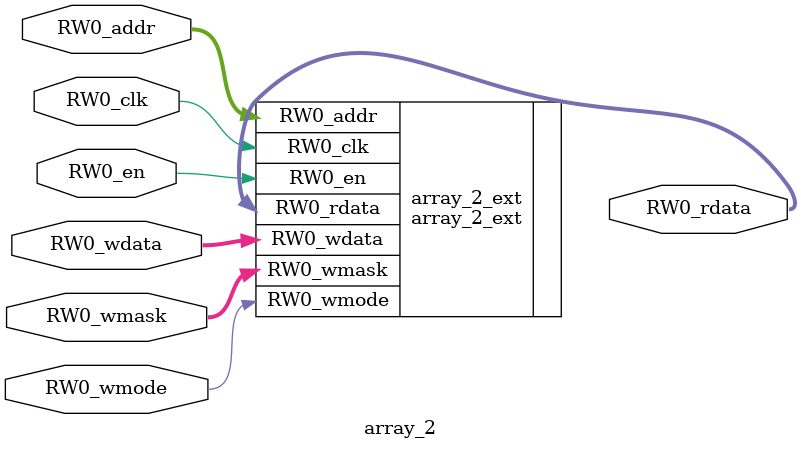
<source format=sv>
`ifndef RANDOMIZE
  `ifdef RANDOMIZE_MEM_INIT
    `define RANDOMIZE
  `endif // RANDOMIZE_MEM_INIT
`endif // not def RANDOMIZE
`ifndef RANDOMIZE
  `ifdef RANDOMIZE_REG_INIT
    `define RANDOMIZE
  `endif // RANDOMIZE_REG_INIT
`endif // not def RANDOMIZE

`ifndef RANDOM
  `define RANDOM $random
`endif // not def RANDOM

// Users can define INIT_RANDOM as general code that gets injected into the
// initializer block for modules with registers.
`ifndef INIT_RANDOM
  `define INIT_RANDOM
`endif // not def INIT_RANDOM

// If using random initialization, you can also define RANDOMIZE_DELAY to
// customize the delay used, otherwise 0.002 is used.
`ifndef RANDOMIZE_DELAY
  `define RANDOMIZE_DELAY 0.002
`endif // not def RANDOMIZE_DELAY

// Define INIT_RANDOM_PROLOG_ for use in our modules below.
`ifndef INIT_RANDOM_PROLOG_
  `ifdef RANDOMIZE
    `ifdef VERILATOR
      `define INIT_RANDOM_PROLOG_ `INIT_RANDOM
    `else  // VERILATOR
      `define INIT_RANDOM_PROLOG_ `INIT_RANDOM #`RANDOMIZE_DELAY begin end
    `endif // VERILATOR
  `else  // RANDOMIZE
    `define INIT_RANDOM_PROLOG_
  `endif // RANDOMIZE
`endif // not def INIT_RANDOM_PROLOG_

// Include register initializers in init blocks unless synthesis is set
`ifndef SYNTHESIS
  `ifndef ENABLE_INITIAL_REG_
    `define ENABLE_INITIAL_REG_
  `endif // not def ENABLE_INITIAL_REG_
`endif // not def SYNTHESIS

// Include rmemory initializers in init blocks unless synthesis is set
`ifndef SYNTHESIS
  `ifndef ENABLE_INITIAL_MEM_
    `define ENABLE_INITIAL_MEM_
  `endif // not def ENABLE_INITIAL_MEM_
`endif // not def SYNTHESIS

module array_2(
  input  [7:0]  RW0_addr,
  input         RW0_en,
  input         RW0_clk,
  input         RW0_wmode,
  input  [15:0] RW0_wdata,
  output [15:0] RW0_rdata,
  input  [15:0] RW0_wmask
);

  array_2_ext array_2_ext (
    .RW0_addr  (RW0_addr),
    .RW0_en    (RW0_en),
    .RW0_clk   (RW0_clk),
    .RW0_wmode (RW0_wmode),
    .RW0_wdata (RW0_wdata),
    .RW0_rdata (RW0_rdata),
    .RW0_wmask (RW0_wmask)
  );
endmodule


</source>
